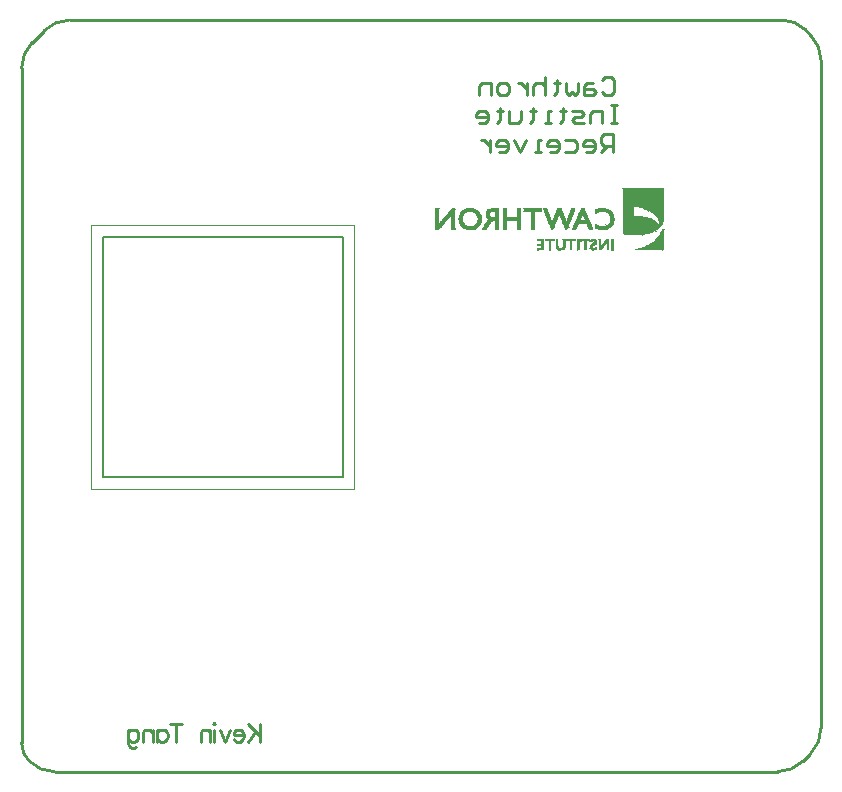
<source format=gbo>
G04 Layer_Color=32896*
%FSLAX25Y25*%
%MOIN*%
G70*
G01*
G75*
%ADD14C,0.01000*%
%ADD15C,0.00787*%
%ADD16C,0.00394*%
%ADD37C,0.00100*%
D14*
X368002Y345694D02*
X369001Y346693D01*
X371001D01*
X372000Y345694D01*
Y341695D01*
X371001Y340695D01*
X369001D01*
X368002Y341695D01*
X365003Y344694D02*
X363003D01*
X362004Y343694D01*
Y340695D01*
X365003D01*
X366002Y341695D01*
X365003Y342695D01*
X362004D01*
X360004Y344694D02*
Y341695D01*
X359004Y340695D01*
X358005Y341695D01*
X357005Y340695D01*
X356006Y341695D01*
Y344694D01*
X353007Y345694D02*
Y344694D01*
X354006D01*
X352007D01*
X353007D01*
Y341695D01*
X352007Y340695D01*
X349008Y346693D02*
Y340695D01*
Y343694D01*
X348008Y344694D01*
X346009D01*
X345009Y343694D01*
Y340695D01*
X343010Y344694D02*
Y340695D01*
Y342695D01*
X342010Y343694D01*
X341010Y344694D01*
X340011D01*
X336012Y340695D02*
X334013D01*
X333013Y341695D01*
Y343694D01*
X334013Y344694D01*
X336012D01*
X337012Y343694D01*
Y341695D01*
X336012Y340695D01*
X331014D02*
Y344694D01*
X328015D01*
X327015Y343694D01*
Y340695D01*
X373000Y337096D02*
X371001D01*
X372000D01*
Y331098D01*
X373000D01*
X371001D01*
X368002D02*
Y335096D01*
X365003D01*
X364003Y334097D01*
Y331098D01*
X362004D02*
X359004D01*
X358005Y332097D01*
X359004Y333097D01*
X361004D01*
X362004Y334097D01*
X361004Y335096D01*
X358005D01*
X355006Y336096D02*
Y335096D01*
X356006D01*
X354006D01*
X355006D01*
Y332097D01*
X354006Y331098D01*
X351007D02*
X349008D01*
X350007D01*
Y335096D01*
X351007D01*
X345009Y336096D02*
Y335096D01*
X346009D01*
X344009D01*
X345009D01*
Y332097D01*
X344009Y331098D01*
X341010Y335096D02*
Y332097D01*
X340011Y331098D01*
X337012D01*
Y335096D01*
X334013Y336096D02*
Y335096D01*
X335012D01*
X333013D01*
X334013D01*
Y332097D01*
X333013Y331098D01*
X327015D02*
X329014D01*
X330014Y332097D01*
Y334097D01*
X329014Y335096D01*
X327015D01*
X326015Y334097D01*
Y333097D01*
X330014D01*
X371500Y321500D02*
Y327498D01*
X368501D01*
X367502Y326498D01*
Y324499D01*
X368501Y323499D01*
X371500D01*
X369501D02*
X367502Y321500D01*
X362503D02*
X364503D01*
X365502Y322500D01*
Y324499D01*
X364503Y325499D01*
X362503D01*
X361504Y324499D01*
Y323499D01*
X365502D01*
X355506Y325499D02*
X358505D01*
X359504Y324499D01*
Y322500D01*
X358505Y321500D01*
X355506D01*
X350507D02*
X352507D01*
X353506Y322500D01*
Y324499D01*
X352507Y325499D01*
X350507D01*
X349508Y324499D01*
Y323499D01*
X353506D01*
X347508Y321500D02*
X345509D01*
X346509D01*
Y325499D01*
X347508D01*
X342510D02*
X340511Y321500D01*
X338511Y325499D01*
X333513Y321500D02*
X335512D01*
X336512Y322500D01*
Y324499D01*
X335512Y325499D01*
X333513D01*
X332513Y324499D01*
Y323499D01*
X336512D01*
X330514Y325499D02*
Y321500D01*
Y323499D01*
X329514Y324499D01*
X328514Y325499D01*
X327515D01*
X254000Y130999D02*
Y125000D01*
X250001Y130999D02*
X254000Y127000D01*
X252572Y128428D02*
X250001Y125000D01*
X248658Y127285D02*
X245231D01*
Y127857D01*
X245516Y128428D01*
X245802Y128714D01*
X246373Y128999D01*
X247230D01*
X247801Y128714D01*
X248373Y128142D01*
X248658Y127285D01*
Y126714D01*
X248373Y125857D01*
X247801Y125286D01*
X247230Y125000D01*
X246373D01*
X245802Y125286D01*
X245231Y125857D01*
X243945Y128999D02*
X242231Y125000D01*
X240517Y128999D02*
X242231Y125000D01*
X238975Y130999D02*
X238689Y130713D01*
X238403Y130999D01*
X238689Y131284D01*
X238975Y130999D01*
X238689Y128999D02*
Y125000D01*
X237346Y128999D02*
Y125000D01*
Y127857D02*
X236490Y128714D01*
X235918Y128999D01*
X235061D01*
X234490Y128714D01*
X234204Y127857D01*
Y125000D01*
X225920Y130999D02*
Y125000D01*
X227920Y130999D02*
X223921D01*
X219779Y128999D02*
Y125000D01*
Y128142D02*
X220350Y128714D01*
X220921Y128999D01*
X221778D01*
X222350Y128714D01*
X222921Y128142D01*
X223207Y127285D01*
Y126714D01*
X222921Y125857D01*
X222350Y125286D01*
X221778Y125000D01*
X220921D01*
X220350Y125286D01*
X219779Y125857D01*
X218179Y128999D02*
Y125000D01*
Y127857D02*
X217322Y128714D01*
X216751Y128999D01*
X215894D01*
X215323Y128714D01*
X215037Y127857D01*
Y125000D01*
X210038Y128999D02*
Y124429D01*
X210324Y123572D01*
X210609Y123286D01*
X211181Y123000D01*
X212037D01*
X212609Y123286D01*
X210038Y128142D02*
X210609Y128714D01*
X211181Y128999D01*
X212037D01*
X212609Y128714D01*
X213180Y128142D01*
X213466Y127285D01*
Y126714D01*
X213180Y125857D01*
X212609Y125286D01*
X212037Y125000D01*
X211181D01*
X210609Y125286D01*
X210038Y125857D01*
X190500Y365500D02*
G03*
X181965Y361965I0J-12071D01*
G01*
X178035Y358035D02*
G03*
X174500Y349500I8535J-8535D01*
G01*
Y124485D02*
G03*
X176964Y118535I8414J0D01*
G01*
D02*
G03*
X185500Y115000I8535J8535D01*
G01*
X426500D02*
G03*
X435036Y118535I0J12071D01*
G01*
X437465Y120965D02*
G03*
X441000Y129500I-8535J8535D01*
G01*
Y352000D02*
G03*
X437465Y360536I-12071J0D01*
G01*
X435500Y362500D02*
G03*
X428257Y365500I-7243J-7243D01*
G01*
X190500D02*
X346500D01*
X178035Y358035D02*
X181965Y361965D01*
X174500Y124485D02*
Y349500D01*
X185500Y115000D02*
X426500D01*
X435036Y118535D02*
X437465Y120965D01*
X441000Y129500D02*
Y352000D01*
X435500Y362500D02*
X437465Y360536D01*
X346500Y365500D02*
X428257D01*
D15*
X201500Y213222D02*
X281500D01*
Y293222D01*
X201500D02*
X281500D01*
X201500Y213222D02*
Y293222D01*
D16*
X197563Y209285D02*
X285437D01*
Y297160D01*
X197563D02*
X285437D01*
X197563Y209285D02*
Y297160D01*
D37*
X374800Y309700D02*
X374900D01*
X375000Y309600D02*
X388200D01*
X374900Y309500D02*
X388200D01*
X374900Y309400D02*
X388200D01*
X374900Y309300D02*
X388200D01*
X374900Y309200D02*
X388200D01*
X374900Y309100D02*
X388200D01*
X374900Y309000D02*
X388200D01*
X374900Y308900D02*
X388200D01*
X374900Y308800D02*
X388200D01*
X374900Y308700D02*
X388200D01*
X374900Y308600D02*
X388200D01*
X374900Y308500D02*
X388200D01*
X374900Y308400D02*
X388200D01*
X374900Y308300D02*
X388200D01*
X374900Y308200D02*
X388200D01*
X374900Y308100D02*
X388200D01*
X374900Y308000D02*
X388200D01*
X374900Y307900D02*
X388200D01*
X374900Y307800D02*
X388200D01*
X374900Y307700D02*
X388200D01*
X374900Y307600D02*
X388200D01*
X374900Y307500D02*
X388200D01*
X374900Y307400D02*
X388200D01*
X374900Y307300D02*
X388200D01*
X374900Y307200D02*
X388200D01*
X374900Y307100D02*
X388200D01*
X374900Y307000D02*
X388200D01*
X374900Y306900D02*
X388200D01*
X374900Y306800D02*
X388200D01*
X374900Y306700D02*
X388200D01*
X374900Y306600D02*
X388200D01*
X374900Y306500D02*
X388200D01*
X374900Y306400D02*
X388200D01*
X374900Y306300D02*
X388200D01*
X374900Y306200D02*
X388200D01*
X374900Y306100D02*
X388200D01*
X374900Y306000D02*
X388200D01*
X374900Y305900D02*
X388200D01*
X374900Y305800D02*
X388200D01*
X374900Y305700D02*
X388200D01*
X374900Y305600D02*
X388200D01*
X374900Y305500D02*
X388200D01*
X374900Y305400D02*
X388200D01*
X374900Y305300D02*
X388200D01*
X374900Y305200D02*
X388200D01*
X374900Y305100D02*
X388200D01*
X374900Y305000D02*
X388200D01*
X374900Y304900D02*
X388200D01*
X374900Y304800D02*
X388200D01*
X374900Y304700D02*
X388200D01*
X374900Y304600D02*
X388200D01*
X374900Y304500D02*
X388200D01*
X374900Y304400D02*
X388200D01*
X374900Y304300D02*
X388200D01*
X374900Y304200D02*
X388200D01*
X374900Y304100D02*
X388200D01*
X374900Y304000D02*
X388200D01*
X374900Y303900D02*
X388200D01*
X374900Y303800D02*
X388200D01*
X374900Y303700D02*
X388200D01*
X378500Y303600D02*
X388200D01*
X374900D02*
X378400D01*
X379400Y303500D02*
X388200D01*
X374900D02*
X378500D01*
X380000Y303400D02*
X388200D01*
X374900D02*
X378400D01*
X380400Y303300D02*
X388200D01*
X374900D02*
X378400D01*
X380800Y303200D02*
X388200D01*
X374900D02*
X378400D01*
X381200Y303100D02*
X388200D01*
X374900D02*
X378400D01*
X381500Y303000D02*
X388200D01*
X374900D02*
X378400D01*
X366700D02*
X366800D01*
X353800D02*
X353900D01*
X353100D02*
X353200D01*
X342100D02*
X342200D01*
X334900D02*
X335100D01*
X333000D02*
X333100D01*
X322600D02*
X322700D01*
X381800Y302900D02*
X388200D01*
X374900D02*
X378400D01*
X368900D02*
X369000D01*
X367700D02*
X368400D01*
X366900D02*
X367000D01*
X354100D02*
X354200D01*
X347700D02*
X347800D01*
X323500D02*
X324200D01*
X322700D02*
X322800D01*
X382100Y302800D02*
X388200D01*
X374900D02*
X378400D01*
X367100D02*
X369100D01*
X361900D02*
X362000D01*
X361000D02*
X361800D01*
X357800D02*
X358800D01*
X353100D02*
X354100D01*
X348300D02*
X349300D01*
X341800D02*
X347700D01*
X339700D02*
X340700D01*
X336000D02*
X336100D01*
X334900D02*
X335900D01*
X331000D02*
X333200D01*
X322900D02*
X324900D01*
X322500D02*
X322600D01*
X318000D02*
X318800D01*
X313500D02*
X313600D01*
X312400D02*
X313400D01*
X382300Y302700D02*
X388200D01*
X382000D02*
X382100D01*
X374900D02*
X378400D01*
X366600D02*
X369400D01*
X361000D02*
X361900D01*
X357800D02*
X358800D01*
X353000D02*
X354100D01*
X348300D02*
X349400D01*
X341900D02*
X347800D01*
X339700D02*
X340800D01*
X334900D02*
X336000D01*
X330600D02*
X333200D01*
X322500D02*
X325200D01*
X317900D02*
X318900D01*
X312400D02*
X313400D01*
X382600Y302600D02*
X388200D01*
X374900D02*
X378400D01*
X369800D02*
X369900D01*
X366400D02*
X369700D01*
X361000D02*
X361900D01*
X357700D02*
X358800D01*
X353000D02*
X354200D01*
X348400D02*
X349600D01*
X341900D02*
X347700D01*
X339700D02*
X340800D01*
X334900D02*
X336000D01*
X330300D02*
X333200D01*
X322300D02*
X325500D01*
X317800D02*
X318900D01*
X312400D02*
X313400D01*
X382800Y302500D02*
X388200D01*
X374900D02*
X378400D01*
X366100D02*
X369900D01*
X360900D02*
X362000D01*
X357700D02*
X358800D01*
X357500D02*
X357600D01*
X352900D02*
X354200D01*
X348400D02*
X349500D01*
X341900D02*
X347700D01*
X339700D02*
X340800D01*
X334900D02*
X336000D01*
X330100D02*
X333200D01*
X322100D02*
X325700D01*
X317700D02*
X318800D01*
X312400D02*
X313400D01*
X383100Y302400D02*
X388200D01*
X382600D02*
X382700D01*
X374900D02*
X378400D01*
X365800D02*
X370100D01*
X360900D02*
X362000D01*
X357600D02*
X358700D01*
X352900D02*
X354200D01*
X348500D02*
X349500D01*
X341900D02*
X347700D01*
X339700D02*
X340800D01*
X334900D02*
X336000D01*
X329900D02*
X333200D01*
X329700D02*
X329800D01*
X321900D02*
X325800D01*
X317600D02*
X318800D01*
X312400D02*
X313400D01*
X383300Y302300D02*
X388200D01*
X374900D02*
X378400D01*
X365700D02*
X370200D01*
X365500D02*
X365600D01*
X360800D02*
X362100D01*
X357600D02*
X358700D01*
X352900D02*
X354300D01*
X348500D02*
X349600D01*
X341900D02*
X347700D01*
X339700D02*
X340800D01*
X334900D02*
X336000D01*
X329800D02*
X333200D01*
X321700D02*
X326000D01*
X317500D02*
X318800D01*
X312400D02*
X313400D01*
X383500Y302200D02*
X388200D01*
X383300D02*
X383400D01*
X383100D02*
X383200D01*
X374900D02*
X378400D01*
X365700D02*
X370400D01*
X360800D02*
X362100D01*
X357600D02*
X358600D01*
X352700D02*
X354300D01*
X348500D02*
X349600D01*
X341900D02*
X347700D01*
X339700D02*
X340800D01*
X334900D02*
X336000D01*
X329700D02*
X333200D01*
X321600D02*
X326200D01*
X321400D02*
X321500D01*
X317500D02*
X318800D01*
X312400D02*
X313400D01*
X383700Y302100D02*
X388200D01*
X374900D02*
X378400D01*
X365700D02*
X370500D01*
X360700D02*
X362100D01*
X357400D02*
X358600D01*
X352800D02*
X354400D01*
X348600D02*
X349700D01*
X341900D02*
X347700D01*
X339700D02*
X340800D01*
X334900D02*
X336000D01*
X329600D02*
X333200D01*
X321400D02*
X326300D01*
X317400D02*
X318800D01*
X312400D02*
X313400D01*
X383900Y302000D02*
X388200D01*
X374900D02*
X378400D01*
X365700D02*
X370700D01*
X360700D02*
X362200D01*
X357500D02*
X358600D01*
X352700D02*
X354400D01*
X348600D02*
X349700D01*
X341900D02*
X347800D01*
X339700D02*
X340800D01*
X334900D02*
X336000D01*
X329500D02*
X333200D01*
X321300D02*
X326400D01*
X317300D02*
X318800D01*
X312400D02*
X313400D01*
X384100Y301900D02*
X388200D01*
X374900D02*
X378400D01*
X368200D02*
X370800D01*
X365700D02*
X367800D01*
X360600D02*
X362200D01*
X357400D02*
X358500D01*
X352700D02*
X354400D01*
X348700D02*
X349700D01*
X341900D02*
X347700D01*
X339700D02*
X340800D01*
X334900D02*
X336000D01*
X329500D02*
X333200D01*
X324000D02*
X326500D01*
X321200D02*
X323700D01*
X317200D02*
X318800D01*
X312400D02*
X313400D01*
X384200Y301800D02*
X388200D01*
X383300D02*
X383400D01*
X374900D02*
X378400D01*
X368900D02*
X370900D01*
X365700D02*
X367200D01*
X360600D02*
X362300D01*
X357400D02*
X358500D01*
X352700D02*
X354500D01*
X348700D02*
X349800D01*
X344300D02*
X345400D01*
X342100D02*
X342200D01*
X341800D02*
X341900D01*
X339700D02*
X340800D01*
X334900D02*
X336000D01*
X332200D02*
X333200D01*
X329400D02*
X330900D01*
X324700D02*
X326600D01*
X321100D02*
X323100D01*
X317100D02*
X318800D01*
X312400D02*
X313400D01*
X384400Y301700D02*
X388200D01*
X374900D02*
X378400D01*
X369200D02*
X371000D01*
X365700D02*
X366800D01*
X360600D02*
X362300D01*
X357300D02*
X358400D01*
X352600D02*
X354500D01*
X348700D02*
X349800D01*
X344300D02*
X345400D01*
X339700D02*
X340800D01*
X334900D02*
X336000D01*
X332200D02*
X333200D01*
X329300D02*
X330700D01*
X325000D02*
X326700D01*
X321000D02*
X322800D01*
X317000D02*
X318800D01*
X312400D02*
X313400D01*
X384600Y301600D02*
X388200D01*
X374900D02*
X378400D01*
X369400D02*
X371000D01*
X365700D02*
X366500D01*
X360500D02*
X362400D01*
X357300D02*
X358400D01*
X352600D02*
X354600D01*
X348800D02*
X349800D01*
X344300D02*
X345400D01*
X339700D02*
X340800D01*
X334900D02*
X336000D01*
X332200D02*
X333200D01*
X329300D02*
X330600D01*
X326900D02*
X327000D01*
X325200D02*
X326800D01*
X320900D02*
X322700D01*
X316900D02*
X318800D01*
X316700D02*
X316800D01*
X312400D02*
X313400D01*
X384700Y301500D02*
X388200D01*
X374900D02*
X378400D01*
X369600D02*
X371100D01*
X365700D02*
X366300D01*
X360500D02*
X362400D01*
X357300D02*
X358400D01*
X352500D02*
X354600D01*
X348800D02*
X349900D01*
X344300D02*
X345400D01*
X339700D02*
X340800D01*
X334900D02*
X336000D01*
X332200D02*
X333200D01*
X329300D02*
X330700D01*
X325400D02*
X326900D01*
X320900D02*
X322400D01*
X320600D02*
X320700D01*
X316800D02*
X318800D01*
X312400D02*
X313400D01*
X384900Y301400D02*
X388200D01*
X374900D02*
X378400D01*
X369700D02*
X371200D01*
X366200D02*
X366300D01*
X365700D02*
X366100D01*
X360300D02*
X362400D01*
X357200D02*
X358300D01*
X352500D02*
X354600D01*
X348800D02*
X349900D01*
X344300D02*
X345400D01*
X339700D02*
X340800D01*
X334900D02*
X336000D01*
X332200D02*
X333200D01*
X329200D02*
X330400D01*
X325500D02*
X327000D01*
X320800D02*
X322300D01*
X320600D02*
X320700D01*
X316800D02*
X318800D01*
X312400D02*
X313400D01*
X385000Y301300D02*
X388200D01*
X374900D02*
X378400D01*
X369900D02*
X371300D01*
X365700D02*
X365900D01*
X360400D02*
X362500D01*
X357200D02*
X358300D01*
X352500D02*
X354700D01*
X348900D02*
X350100D01*
X344300D02*
X345400D01*
X339700D02*
X340800D01*
X334900D02*
X336000D01*
X332200D02*
X333200D01*
X329200D02*
X330300D01*
X325600D02*
X327000D01*
X320600D02*
X322100D01*
X316700D02*
X318800D01*
X312400D02*
X313400D01*
X385100Y301200D02*
X388200D01*
X374900D02*
X378400D01*
X370000D02*
X371300D01*
X360300D02*
X362500D01*
X357200D02*
X358200D01*
X354800D02*
X354900D01*
X353600D02*
X354700D01*
X352400D02*
X353500D01*
X348900D02*
X350000D01*
X344300D02*
X345400D01*
X339700D02*
X340800D01*
X334900D02*
X336000D01*
X332200D02*
X333200D01*
X329200D02*
X330300D01*
X325700D02*
X327100D01*
X320700D02*
X322000D01*
X316600D02*
X318800D01*
X312400D02*
X313400D01*
X385300Y301100D02*
X388200D01*
X385000D02*
X385200D01*
X374900D02*
X378400D01*
X370100D02*
X371400D01*
X361500D02*
X362700D01*
X360300D02*
X361400D01*
X360100D02*
X360200D01*
X357100D02*
X358200D01*
X353700D02*
X354900D01*
X352400D02*
X353500D01*
X349000D02*
X350000D01*
X344300D02*
X345400D01*
X339700D02*
X340800D01*
X334900D02*
X336000D01*
X332200D02*
X333200D01*
X329200D02*
X330300D01*
X325900D02*
X327100D01*
X320600D02*
X321900D01*
X316500D02*
X318800D01*
X312400D02*
X313400D01*
X385400Y301000D02*
X388200D01*
X374900D02*
X378400D01*
X370200D02*
X371400D01*
X361500D02*
X362600D01*
X360200D02*
X361400D01*
X357100D02*
X358200D01*
X353600D02*
X354800D01*
X352300D02*
X353400D01*
X349000D02*
X350100D01*
X344300D02*
X345400D01*
X339700D02*
X340800D01*
X334900D02*
X336000D01*
X332200D02*
X333200D01*
X329200D02*
X330300D01*
X325900D02*
X327200D01*
X320500D02*
X321800D01*
X316400D02*
X318800D01*
X312400D02*
X313400D01*
X385500Y300900D02*
X388200D01*
X374900D02*
X378400D01*
X370300D02*
X371500D01*
X361600D02*
X362700D01*
X360200D02*
X361300D01*
X356900D02*
X358100D01*
X353800D02*
X354800D01*
X352300D02*
X353400D01*
X349100D02*
X350100D01*
X344300D02*
X345400D01*
X339700D02*
X340800D01*
X334900D02*
X336000D01*
X332200D02*
X333200D01*
X329200D02*
X330300D01*
X326000D02*
X327400D01*
X320500D02*
X321800D01*
X317800D02*
X318800D01*
X316300D02*
X317700D01*
X312400D02*
X313400D01*
X385600Y300800D02*
X388200D01*
X374900D02*
X378400D01*
X370300D02*
X371500D01*
X361600D02*
X362700D01*
X360000D02*
X361300D01*
X357000D02*
X358100D01*
X355000D02*
X355100D01*
X353800D02*
X354900D01*
X352300D02*
X353400D01*
X349100D02*
X350200D01*
X344300D02*
X345400D01*
X339700D02*
X340800D01*
X334900D02*
X336000D01*
X332200D02*
X333200D01*
X329200D02*
X330300D01*
X326100D02*
X327300D01*
X320500D02*
X321700D01*
X317800D02*
X318800D01*
X316200D02*
X317600D01*
X312400D02*
X313400D01*
X385700Y300700D02*
X388200D01*
X374900D02*
X378400D01*
X370400D02*
X371600D01*
X361700D02*
X362900D01*
X360000D02*
X361200D01*
X357000D02*
X358000D01*
X353800D02*
X354900D01*
X352200D02*
X353300D01*
X349100D02*
X350200D01*
X344300D02*
X345400D01*
X339700D02*
X340800D01*
X334900D02*
X336000D01*
X332200D02*
X333200D01*
X329200D02*
X330300D01*
X326100D02*
X327400D01*
X320400D02*
X321600D01*
X317800D02*
X318800D01*
X316100D02*
X317500D01*
X315900D02*
X316000D01*
X312400D02*
X313400D01*
X385800Y300600D02*
X388200D01*
X374900D02*
X378400D01*
X370400D02*
X371600D01*
X361700D02*
X362800D01*
X360100D02*
X361200D01*
X356900D02*
X358000D01*
X353900D02*
X355000D01*
X352200D02*
X353300D01*
X349200D02*
X350200D01*
X344300D02*
X345400D01*
X339700D02*
X340800D01*
X334900D02*
X336000D01*
X332200D02*
X333200D01*
X329200D02*
X330300D01*
X326200D02*
X327400D01*
X320400D02*
X321700D01*
X317800D02*
X318800D01*
X317600D02*
X317700D01*
X316100D02*
X317400D01*
X312400D02*
X313400D01*
X385900Y300500D02*
X388200D01*
X374900D02*
X378400D01*
X370500D02*
X371700D01*
X361600D02*
X362800D01*
X360000D02*
X361200D01*
X356900D02*
X358000D01*
X353900D02*
X355000D01*
X352100D02*
X353200D01*
X349200D02*
X350300D01*
X344300D02*
X345400D01*
X339700D02*
X340800D01*
X334900D02*
X336000D01*
X332200D02*
X333200D01*
X329200D02*
X330300D01*
X326200D02*
X327400D01*
X320200D02*
X321500D01*
X317800D02*
X318800D01*
X317400D02*
X317500D01*
X316000D02*
X317300D01*
X312400D02*
X313400D01*
X386000Y300400D02*
X388200D01*
X374900D02*
X378400D01*
X370500D02*
X371700D01*
X361800D02*
X362900D01*
X360000D02*
X361100D01*
X356700D02*
X358000D01*
X354000D02*
X355000D01*
X352100D02*
X353200D01*
X349300D02*
X350300D01*
X344300D02*
X345400D01*
X339700D02*
X340800D01*
X334900D02*
X336000D01*
X332200D02*
X333200D01*
X329200D02*
X330400D01*
X326300D02*
X327500D01*
X320300D02*
X321500D01*
X317800D02*
X318800D01*
X315900D02*
X317200D01*
X312400D02*
X313400D01*
X386100Y300300D02*
X388200D01*
X380700D02*
X380800D01*
X374900D02*
X378400D01*
X370600D02*
X371700D01*
X361800D02*
X362900D01*
X359900D02*
X361100D01*
X356800D02*
X357900D01*
X354000D02*
X355100D01*
X352100D02*
X353200D01*
X349300D02*
X350400D01*
X344300D02*
X345400D01*
X339700D02*
X340800D01*
X334900D02*
X336000D01*
X332200D02*
X333200D01*
X329200D02*
X330400D01*
X326300D02*
X327500D01*
X320300D02*
X321400D01*
X317800D02*
X318800D01*
X315800D02*
X317200D01*
X312400D02*
X313400D01*
X386200Y300200D02*
X388200D01*
X386000D02*
X386100D01*
X378600D02*
X380000D01*
X374900D02*
X378400D01*
X370600D02*
X371800D01*
X361900D02*
X363000D01*
X359900D02*
X361000D01*
X356800D02*
X357800D01*
X354000D02*
X355100D01*
X352000D02*
X353100D01*
X349300D02*
X350400D01*
X344300D02*
X345400D01*
X339700D02*
X340800D01*
X334900D02*
X336000D01*
X332200D02*
X333200D01*
X329300D02*
X330500D01*
X326400D02*
X327500D01*
X320200D02*
X321400D01*
X317800D02*
X318800D01*
X317200D02*
X317300D01*
X315700D02*
X317100D01*
X312400D02*
X313400D01*
X386200Y300100D02*
X388200D01*
X374900D02*
X381300D01*
X370700D02*
X371800D01*
X361900D02*
X363000D01*
X361700D02*
X361800D01*
X359800D02*
X361000D01*
X359600D02*
X359700D01*
X356700D02*
X357800D01*
X354100D02*
X355200D01*
X352000D02*
X353200D01*
X349400D02*
X350400D01*
X344300D02*
X345400D01*
X339700D02*
X340800D01*
X334900D02*
X336000D01*
X332200D02*
X333200D01*
X329300D02*
X330600D01*
X326400D02*
X327500D01*
X320200D02*
X321400D01*
X317800D02*
X318800D01*
X315600D02*
X317000D01*
X312400D02*
X313400D01*
X386300Y300000D02*
X388200D01*
X374900D02*
X381800D01*
X370700D02*
X371800D01*
X361900D02*
X363000D01*
X359800D02*
X360900D01*
X356700D02*
X357700D01*
X354100D02*
X355200D01*
X351900D02*
X353000D01*
X349400D02*
X350500D01*
X349200D02*
X349300D01*
X344300D02*
X345400D01*
X339700D02*
X340800D01*
X334900D02*
X336000D01*
X332200D02*
X333200D01*
X329400D02*
X330800D01*
X326400D02*
X327600D01*
X320200D02*
X321300D01*
X317800D02*
X318800D01*
X315500D02*
X316900D01*
X312400D02*
X313400D01*
X386400Y299900D02*
X388200D01*
X382700D02*
X382900D01*
X374900D02*
X382300D01*
X370700D02*
X371800D01*
X362000D02*
X363100D01*
X359800D02*
X361000D01*
X356600D02*
X357700D01*
X354200D02*
X355200D01*
X351900D02*
X353000D01*
X349500D02*
X350500D01*
X344300D02*
X345400D01*
X339700D02*
X340800D01*
X339500D02*
X339600D01*
X334900D02*
X336100D01*
X332200D02*
X333200D01*
X329400D02*
X331000D01*
X326400D02*
X327600D01*
X320200D02*
X321300D01*
X317800D02*
X318800D01*
X315400D02*
X316800D01*
X312400D02*
X313400D01*
X386400Y299800D02*
X388200D01*
X374900D02*
X382800D01*
X370700D02*
X371800D01*
X361900D02*
X363100D01*
X359700D02*
X361000D01*
X356600D02*
X357700D01*
X354200D02*
X355300D01*
X351900D02*
X353000D01*
X349500D02*
X350600D01*
X344300D02*
X345400D01*
X334900D02*
X340800D01*
X329500D02*
X333200D01*
X326500D02*
X327600D01*
X320200D02*
X321300D01*
X317800D02*
X318800D01*
X315400D02*
X316700D01*
X312400D02*
X313400D01*
X386500Y299700D02*
X388200D01*
X374900D02*
X383100D01*
X370700D02*
X371900D01*
X362100D02*
X363200D01*
X359700D02*
X360800D01*
X356600D02*
X357600D01*
X354300D02*
X355300D01*
X351800D02*
X352900D01*
X349500D02*
X350600D01*
X344300D02*
X345400D01*
X334900D02*
X340800D01*
X329600D02*
X333200D01*
X326500D02*
X327600D01*
X320200D02*
X321300D01*
X317800D02*
X318800D01*
X315300D02*
X316600D01*
X312400D02*
X313400D01*
X386600Y299600D02*
X388200D01*
X374900D02*
X383500D01*
X370800D02*
X371900D01*
X362100D02*
X363200D01*
X359600D02*
X360800D01*
X356500D02*
X357600D01*
X354300D02*
X355400D01*
X351800D02*
X353000D01*
X349600D02*
X350600D01*
X344300D02*
X345400D01*
X334900D02*
X340800D01*
X329600D02*
X333200D01*
X326500D02*
X327600D01*
X320200D02*
X321300D01*
X317800D02*
X318800D01*
X316600D02*
X316700D01*
X315200D02*
X316500D01*
X312400D02*
X313400D01*
X386600Y299500D02*
X388200D01*
X374900D02*
X383700D01*
X370800D02*
X371900D01*
X362200D02*
X363300D01*
X359600D02*
X360700D01*
X356500D02*
X357600D01*
X354300D02*
X355400D01*
X351700D02*
X352900D01*
X349600D02*
X350700D01*
X344300D02*
X345400D01*
X334900D02*
X340800D01*
X329700D02*
X333200D01*
X326500D02*
X327600D01*
X320100D02*
X321300D01*
X317800D02*
X318800D01*
X315100D02*
X316500D01*
X312400D02*
X313400D01*
X386700Y299400D02*
X388200D01*
X384100D02*
X384200D01*
X374900D02*
X384000D01*
X370800D02*
X371900D01*
X362200D02*
X363300D01*
X359500D02*
X360700D01*
X356400D02*
X357500D01*
X354400D02*
X355500D01*
X351700D02*
X352800D01*
X349700D02*
X350700D01*
X344300D02*
X345400D01*
X334900D02*
X340800D01*
X329900D02*
X333200D01*
X326500D02*
X327600D01*
X320100D02*
X321300D01*
X317800D02*
X318800D01*
X315000D02*
X316400D01*
X312400D02*
X313400D01*
X386700Y299300D02*
X388200D01*
X384400D02*
X384500D01*
X374900D02*
X384200D01*
X370800D02*
X371900D01*
X362300D02*
X363400D01*
X359500D02*
X360600D01*
X356400D02*
X357500D01*
X354400D02*
X355500D01*
X351700D02*
X352800D01*
X349700D02*
X350800D01*
X344300D02*
X345400D01*
X334900D02*
X340800D01*
X330000D02*
X333200D01*
X326500D02*
X327600D01*
X320100D02*
X321300D01*
X317800D02*
X318800D01*
X314900D02*
X316300D01*
X312400D02*
X313400D01*
X386700Y299200D02*
X388200D01*
X386500D02*
X386600D01*
X374900D02*
X384500D01*
X370800D02*
X371900D01*
X362300D02*
X363400D01*
X359500D02*
X360600D01*
X356400D02*
X357400D01*
X354500D02*
X355500D01*
X354300D02*
X354400D01*
X352800D02*
X352900D01*
X351600D02*
X352700D01*
X349700D02*
X350800D01*
X344300D02*
X345400D01*
X334900D02*
X340800D01*
X330200D02*
X333200D01*
X326500D02*
X327600D01*
X320100D02*
X321300D01*
X317800D02*
X318800D01*
X314800D02*
X316200D01*
X312400D02*
X313400D01*
X386800Y299100D02*
X388200D01*
X374900D02*
X384700D01*
X370800D02*
X371900D01*
X362200D02*
X363400D01*
X359400D02*
X360500D01*
X357500D02*
X357600D01*
X356300D02*
X357400D01*
X354500D02*
X355600D01*
X351600D02*
X352800D01*
X349800D02*
X350800D01*
X344300D02*
X345400D01*
X334900D02*
X340800D01*
X330200D02*
X333200D01*
X329900D02*
X330000D01*
X326500D02*
X327600D01*
X320200D02*
X321400D01*
X317800D02*
X318800D01*
X314700D02*
X316100D01*
X312400D02*
X313400D01*
X386800Y299000D02*
X388200D01*
X374900D02*
X384800D01*
X370700D02*
X371900D01*
X362400D02*
X363600D01*
X359300D02*
X360500D01*
X356300D02*
X357300D01*
X355700D02*
X355800D01*
X354500D02*
X355600D01*
X352700D02*
X352800D01*
X351500D02*
X352600D01*
X349800D02*
X350900D01*
X344300D02*
X345400D01*
X334900D02*
X340800D01*
X330000D02*
X333200D01*
X326500D02*
X327600D01*
X320200D02*
X321300D01*
X317800D02*
X318800D01*
X314700D02*
X316000D01*
X312400D02*
X313400D01*
X386800Y298900D02*
X388200D01*
X374900D02*
X385000D01*
X370700D02*
X371900D01*
X362400D02*
X363500D01*
X359300D02*
X360400D01*
X356200D02*
X357300D01*
X354600D02*
X355800D01*
X351500D02*
X352600D01*
X349900D02*
X350900D01*
X344300D02*
X345400D01*
X334900D02*
X340800D01*
X329900D02*
X333200D01*
X326500D02*
X327600D01*
X320200D02*
X321300D01*
X317800D02*
X318800D01*
X316000D02*
X316100D01*
X314600D02*
X315900D01*
X312400D02*
X313400D01*
X386900Y298800D02*
X388200D01*
X374900D02*
X385200D01*
X370700D02*
X371800D01*
X359300D02*
X363600D01*
X356200D02*
X357300D01*
X354600D02*
X355700D01*
X351400D02*
X352600D01*
X349900D02*
X351000D01*
X344300D02*
X345400D01*
X339700D02*
X340800D01*
X334900D02*
X336000D01*
X332200D02*
X333200D01*
X329800D02*
X331400D01*
X326400D02*
X327600D01*
X320200D02*
X321300D01*
X317800D02*
X318800D01*
X314500D02*
X315800D01*
X312400D02*
X313400D01*
X386900Y298700D02*
X388200D01*
X374900D02*
X385400D01*
X370700D02*
X371800D01*
X359200D02*
X363600D01*
X356000D02*
X357200D01*
X355800D02*
X355900D01*
X354700D02*
X355700D01*
X351400D02*
X352500D01*
X350000D02*
X351100D01*
X344300D02*
X345400D01*
X339700D02*
X340800D01*
X334900D02*
X336000D01*
X332200D02*
X333200D01*
X329600D02*
X331200D01*
X326400D02*
X327600D01*
X320200D02*
X321300D01*
X317800D02*
X318800D01*
X314400D02*
X315800D01*
X312400D02*
X313400D01*
X386900Y298600D02*
X388200D01*
X385700D02*
X385800D01*
X374900D02*
X385500D01*
X370700D02*
X371800D01*
X359200D02*
X363600D01*
X356100D02*
X357200D01*
X354700D02*
X355900D01*
X351400D02*
X352500D01*
X350000D02*
X351000D01*
X344300D02*
X345400D01*
X339700D02*
X340800D01*
X334900D02*
X336000D01*
X332200D02*
X333200D01*
X329700D02*
X331100D01*
X326400D02*
X327500D01*
X320200D02*
X321400D01*
X317800D02*
X318800D01*
X314300D02*
X315700D01*
X312400D02*
X313400D01*
X387000Y298500D02*
X388200D01*
X374900D02*
X385600D01*
X370600D02*
X371800D01*
X359100D02*
X363700D01*
X356100D02*
X357100D01*
X354700D02*
X355800D01*
X351300D02*
X352400D01*
X350000D02*
X351100D01*
X344300D02*
X345400D01*
X339700D02*
X340800D01*
X334900D02*
X336000D01*
X332200D02*
X333200D01*
X329600D02*
X330900D01*
X326400D02*
X327500D01*
X320300D02*
X321400D01*
X317800D02*
X318800D01*
X314200D02*
X315600D01*
X312400D02*
X313400D01*
X387000Y298400D02*
X388100D01*
X374900D02*
X385800D01*
X370600D02*
X371800D01*
X359100D02*
X363700D01*
X356000D02*
X357100D01*
X354800D02*
X355800D01*
X351300D02*
X352400D01*
X350100D02*
X351100D01*
X344300D02*
X345400D01*
X339700D02*
X340800D01*
X334900D02*
X336000D01*
X332200D02*
X333200D01*
X329500D02*
X330800D01*
X326300D02*
X327500D01*
X320300D02*
X321400D01*
X317800D02*
X318800D01*
X314100D02*
X315500D01*
X312400D02*
X313400D01*
X387000Y298300D02*
X388100D01*
X374900D02*
X385900D01*
X370600D02*
X371700D01*
X359000D02*
X363800D01*
X356000D02*
X357100D01*
X354700D02*
X355900D01*
X351300D02*
X352400D01*
X350000D02*
X351200D01*
X344300D02*
X345400D01*
X339700D02*
X340800D01*
X334900D02*
X336000D01*
X332200D02*
X333200D01*
X329400D02*
X330700D01*
X326300D02*
X327500D01*
X320300D02*
X321500D01*
X317800D02*
X318800D01*
X314000D02*
X315400D01*
X312400D02*
X313400D01*
X387000Y298200D02*
X388000D01*
X374900D02*
X386000D01*
X370500D02*
X371700D01*
X359000D02*
X363800D01*
X354800D02*
X357000D01*
X350200D02*
X352300D01*
X344300D02*
X345400D01*
X339700D02*
X340800D01*
X334900D02*
X336000D01*
X332200D02*
X333200D01*
X329400D02*
X330600D01*
X326200D02*
X327400D01*
X320300D02*
X321500D01*
X317800D02*
X318800D01*
X314000D02*
X315300D01*
X312400D02*
X313400D01*
X387000Y298100D02*
X388000D01*
X374900D02*
X386100D01*
X370500D02*
X371600D01*
X359000D02*
X364000D01*
X354900D02*
X357000D01*
X350200D02*
X352300D01*
X350000D02*
X350100D01*
X344300D02*
X345400D01*
X339700D02*
X340800D01*
X334900D02*
X336000D01*
X332200D02*
X333200D01*
X329300D02*
X330600D01*
X326200D02*
X327400D01*
X320400D02*
X321600D01*
X317800D02*
X318800D01*
X313900D02*
X315200D01*
X312400D02*
X313400D01*
X387000Y298000D02*
X387900D01*
X374900D02*
X386200D01*
X370400D02*
X371600D01*
X358900D02*
X363900D01*
X354900D02*
X357000D01*
X350200D02*
X352300D01*
X344300D02*
X345400D01*
X339700D02*
X340800D01*
X334900D02*
X336000D01*
X332200D02*
X333200D01*
X330600D02*
X330700D01*
X329200D02*
X330500D01*
X326100D02*
X327400D01*
X320400D02*
X321600D01*
X317800D02*
X318800D01*
X313800D02*
X315200D01*
X312400D02*
X313400D01*
X387000Y297900D02*
X387900D01*
X374900D02*
X386300D01*
X370300D02*
X371600D01*
X358900D02*
X364000D01*
X355000D02*
X356900D01*
X354800D02*
X354900D01*
X350300D02*
X352300D01*
X350100D02*
X350200D01*
X344300D02*
X345400D01*
X339700D02*
X340800D01*
X334900D02*
X336000D01*
X332200D02*
X333200D01*
X330700D02*
X330800D01*
X329200D02*
X330400D01*
X326100D02*
X327300D01*
X320500D02*
X321700D01*
X317800D02*
X318800D01*
X313700D02*
X315100D01*
X312400D02*
X313400D01*
X387900Y297800D02*
X388000D01*
X387000D02*
X387800D01*
X374900D02*
X386400D01*
X370300D02*
X371500D01*
X362900D02*
X364100D01*
X358800D02*
X359900D01*
X354900D02*
X356900D01*
X350300D02*
X352100D01*
X344300D02*
X345400D01*
X339700D02*
X340800D01*
X334900D02*
X336000D01*
X332200D02*
X333200D01*
X329100D02*
X330300D01*
X326000D02*
X327300D01*
X322000D02*
X322100D01*
X320500D02*
X321800D01*
X317800D02*
X318800D01*
X313600D02*
X315000D01*
X312400D02*
X313400D01*
X387000Y297700D02*
X387800D01*
X374900D02*
X386500D01*
X370200D02*
X371500D01*
X370000D02*
X370100D01*
X365600D02*
X365700D01*
X364100D02*
X364200D01*
X362900D02*
X364000D01*
X358800D02*
X359900D01*
X355100D02*
X356800D01*
X354900D02*
X355000D01*
X350400D02*
X352100D01*
X344300D02*
X345400D01*
X339700D02*
X340800D01*
X334900D02*
X336000D01*
X332200D02*
X333200D01*
X329000D02*
X330300D01*
X325900D02*
X327200D01*
X320600D02*
X321800D01*
X317800D02*
X318800D01*
X313500D02*
X314900D01*
X312400D02*
X313400D01*
X387800Y297600D02*
X387900D01*
X387000D02*
X387700D01*
X374900D02*
X386600D01*
X370100D02*
X371400D01*
X363000D02*
X364200D01*
X358700D02*
X359800D01*
X355100D02*
X356800D01*
X350400D02*
X352100D01*
X344300D02*
X345400D01*
X339700D02*
X340800D01*
X334900D02*
X336000D01*
X332200D02*
X333200D01*
X329000D02*
X330200D01*
X325800D02*
X327100D01*
X320600D02*
X321900D01*
X317800D02*
X318800D01*
X312400D02*
X314800D01*
X387000Y297500D02*
X387700D01*
X374900D02*
X386700D01*
X370000D02*
X371400D01*
X365600D02*
X365800D01*
X363000D02*
X364100D01*
X358700D02*
X359800D01*
X355100D02*
X356800D01*
X350400D02*
X352000D01*
X344300D02*
X345400D01*
X339700D02*
X340800D01*
X334900D02*
X336000D01*
X332200D02*
X333200D01*
X328900D02*
X330100D01*
X325700D02*
X327100D01*
X320700D02*
X322000D01*
X317800D02*
X318800D01*
X312400D02*
X314700D01*
X387000Y297400D02*
X387600D01*
X374900D02*
X386800D01*
X369900D02*
X371300D01*
X369000D02*
X369100D01*
X365600D02*
X365900D01*
X363100D02*
X364200D01*
X358600D02*
X359900D01*
X355200D02*
X356700D01*
X350500D02*
X352000D01*
X344300D02*
X345400D01*
X339700D02*
X340800D01*
X334900D02*
X336000D01*
X332200D02*
X333200D01*
X328800D02*
X330100D01*
X325600D02*
X327000D01*
X320600D02*
X322100D01*
X317800D02*
X318800D01*
X312400D02*
X314600D01*
X387000Y297300D02*
X387500D01*
X374900D02*
X386900D01*
X369700D02*
X371200D01*
X365600D02*
X366100D01*
X363100D02*
X364200D01*
X358600D02*
X359700D01*
X358400D02*
X358500D01*
X355200D02*
X356700D01*
X350500D02*
X352000D01*
X344300D02*
X345400D01*
X339700D02*
X340800D01*
X334900D02*
X336000D01*
X332200D02*
X333200D01*
X328800D02*
X330000D01*
X325500D02*
X327000D01*
X320800D02*
X322300D01*
X320600D02*
X320700D01*
X317800D02*
X318800D01*
X312400D02*
X314500D01*
X387000Y297200D02*
X387500D01*
X374900D02*
X386900D01*
X371300D02*
X371400D01*
X369600D02*
X371200D01*
X369400D02*
X369500D01*
X366400D02*
X366600D01*
X365600D02*
X366300D01*
X363000D02*
X364200D01*
X358600D02*
X359700D01*
X358400D02*
X358500D01*
X355300D02*
X356600D01*
X350600D02*
X351900D01*
X344300D02*
X345400D01*
X339700D02*
X340800D01*
X334900D02*
X336000D01*
X332200D02*
X333200D01*
X328700D02*
X329900D01*
X325400D02*
X326900D01*
X320900D02*
X322400D01*
X317800D02*
X318800D01*
X312400D02*
X314500D01*
X374900Y297100D02*
X387400D01*
X369400D02*
X371100D01*
X365600D02*
X366500D01*
X363200D02*
X364300D01*
X358400D02*
X359600D01*
X355300D02*
X356600D01*
X350600D02*
X352000D01*
X344300D02*
X345400D01*
X339700D02*
X340800D01*
X334900D02*
X336000D01*
X332200D02*
X333200D01*
X328700D02*
X329900D01*
X325200D02*
X326800D01*
X320900D02*
X322600D01*
X317800D02*
X318800D01*
X312400D02*
X314400D01*
X374900Y297000D02*
X387300D01*
X369200D02*
X371000D01*
X365600D02*
X366800D01*
X363100D02*
X364300D01*
X358500D02*
X359600D01*
X355300D02*
X356500D01*
X351900D02*
X352000D01*
X350600D02*
X351800D01*
X344300D02*
X345400D01*
X339700D02*
X340800D01*
X334900D02*
X336000D01*
X332200D02*
X333200D01*
X328600D02*
X329800D01*
X324900D02*
X326700D01*
X323000D02*
X323100D01*
X321000D02*
X322800D01*
X317800D02*
X318800D01*
X312400D02*
X314300D01*
X374900Y296900D02*
X387200D01*
X368900D02*
X370900D01*
X368600D02*
X368700D01*
X365600D02*
X367200D01*
X363300D02*
X364400D01*
X363100D02*
X363200D01*
X358300D02*
X359500D01*
X355400D02*
X356500D01*
X350700D02*
X351800D01*
X344300D02*
X345400D01*
X339700D02*
X340800D01*
X334900D02*
X336000D01*
X332200D02*
X333200D01*
X329800D02*
X329900D01*
X328500D02*
X329700D01*
X324700D02*
X326600D01*
X321100D02*
X323100D01*
X317800D02*
X318800D01*
X312400D02*
X314200D01*
X374900Y296800D02*
X387100D01*
X368200D02*
X370800D01*
X365600D02*
X368000D01*
X363300D02*
X364400D01*
X363100D02*
X363200D01*
X358400D02*
X359500D01*
X355400D02*
X356500D01*
X350700D02*
X351900D01*
X344300D02*
X345400D01*
X339700D02*
X340800D01*
X334900D02*
X336000D01*
X332200D02*
X333200D01*
X328500D02*
X329700D01*
X324000D02*
X326500D01*
X321200D02*
X323800D01*
X317800D02*
X318800D01*
X312400D02*
X314100D01*
X374900Y296700D02*
X387000D01*
X365600D02*
X370700D01*
X363400D02*
X364500D01*
X358300D02*
X359400D01*
X355500D02*
X356400D01*
X351800D02*
X351900D01*
X350800D02*
X351700D01*
X344300D02*
X345400D01*
X339700D02*
X340800D01*
X334900D02*
X336000D01*
X332200D02*
X333200D01*
X328400D02*
X329600D01*
X321300D02*
X326400D01*
X317800D02*
X318800D01*
X312400D02*
X314000D01*
X374900Y296600D02*
X386900D01*
X370700D02*
X370800D01*
X365600D02*
X370600D01*
X363400D02*
X364500D01*
X358300D02*
X359400D01*
X356800D02*
X356900D01*
X355400D02*
X356400D01*
X350800D02*
X351700D01*
X344300D02*
X345400D01*
X339700D02*
X340800D01*
X334900D02*
X336000D01*
X332200D02*
X333200D01*
X328300D02*
X329600D01*
X321400D02*
X326300D01*
X317800D02*
X318800D01*
X314200D02*
X314300D01*
X312400D02*
X313900D01*
X374900Y296500D02*
X386900D01*
X365600D02*
X370400D01*
X363400D02*
X364500D01*
X358200D02*
X359300D01*
X355600D02*
X356300D01*
X350800D02*
X351600D01*
X344300D02*
X345400D01*
X339700D02*
X340800D01*
X334900D02*
X336000D01*
X332200D02*
X333200D01*
X328300D02*
X329500D01*
X321600D02*
X326200D01*
X317800D02*
X318800D01*
X312400D02*
X313800D01*
X374900Y296400D02*
X386700D01*
X365600D02*
X370300D01*
X363500D02*
X364600D01*
X358200D02*
X359300D01*
X355600D02*
X356300D01*
X350900D02*
X351600D01*
X344300D02*
X345400D01*
X339700D02*
X340800D01*
X334900D02*
X336000D01*
X332200D02*
X333200D01*
X328200D02*
X329400D01*
X321700D02*
X326000D01*
X317800D02*
X318800D01*
X312400D02*
X313800D01*
X374900Y296300D02*
X386600D01*
X365800D02*
X370100D01*
X365600D02*
X365700D01*
X363400D02*
X364600D01*
X358200D02*
X359400D01*
X355600D02*
X356300D01*
X350900D02*
X351600D01*
X344300D02*
X345400D01*
X339700D02*
X340800D01*
X334900D02*
X336000D01*
X332200D02*
X333200D01*
X328100D02*
X329400D01*
X321900D02*
X325900D01*
X321600D02*
X321700D01*
X317800D02*
X318800D01*
X312400D02*
X313700D01*
X374900Y296200D02*
X386600D01*
X366100D02*
X369900D01*
X363600D02*
X364700D01*
X358100D02*
X359200D01*
X357900D02*
X358000D01*
X355700D02*
X356200D01*
X351000D02*
X351500D01*
X344300D02*
X345400D01*
X339700D02*
X340800D01*
X334900D02*
X336000D01*
X332200D02*
X333200D01*
X328000D02*
X329300D01*
X322100D02*
X325700D01*
X317800D02*
X318800D01*
X312400D02*
X313600D01*
X374900Y296100D02*
X386400D01*
X366300D02*
X369700D01*
X363600D02*
X364700D01*
X357900D02*
X359200D01*
X355700D02*
X356200D01*
X351000D02*
X351500D01*
X344300D02*
X345400D01*
X339700D02*
X340800D01*
X334900D02*
X336000D01*
X332200D02*
X333200D01*
X328000D02*
X329200D01*
X322300D02*
X325500D01*
X317800D02*
X318900D01*
X312400D02*
X313500D01*
X388100Y296000D02*
X388200D01*
X374900D02*
X386300D01*
X366600D02*
X369500D01*
X363700D02*
X364800D01*
X358000D02*
X359100D01*
X355800D02*
X356100D01*
X351000D02*
X351400D01*
X344300D02*
X345400D01*
X339700D02*
X340800D01*
X334900D02*
X336000D01*
X332200D02*
X333200D01*
X327900D02*
X329200D01*
X322600D02*
X325200D01*
X317800D02*
X318900D01*
X312400D02*
X313400D01*
X388400Y295900D02*
X388500D01*
X388000D02*
X388200D01*
X374900D02*
X386100D01*
X369400D02*
X369500D01*
X367000D02*
X369100D01*
X363700D02*
X364700D01*
X358000D02*
X359000D01*
X355800D02*
X356100D01*
X351100D02*
X351400D01*
X345200D02*
X345300D01*
X344400D02*
X344500D01*
X339700D02*
X340700D01*
X334900D02*
X335900D01*
X332200D02*
X333200D01*
X327900D02*
X329100D01*
X325400D02*
X325500D01*
X322900D02*
X324900D01*
X317900D02*
X318800D01*
X312500D02*
X313300D01*
X388000Y295800D02*
X388200D01*
X374900D02*
X386000D01*
X367700D02*
X368500D01*
X358100D02*
X358200D01*
X339900D02*
X340000D01*
X339700D02*
X339800D01*
X335900D02*
X336000D01*
X335600D02*
X335700D01*
X329100D02*
X329200D01*
X328700D02*
X328800D01*
X323600D02*
X324100D01*
X312600D02*
X312700D01*
X312400D02*
X312500D01*
X388000Y295700D02*
X388200D01*
X374900D02*
X385800D01*
X387900Y295600D02*
X388200D01*
X374900D02*
X385600D01*
X387900Y295500D02*
X388200D01*
X385600D02*
X385700D01*
X374900D02*
X385500D01*
X387900Y295400D02*
X388200D01*
X374900D02*
X385300D01*
X387800Y295300D02*
X388200D01*
X385800D02*
X385900D01*
X374900D02*
X385100D01*
X387800Y295200D02*
X388200D01*
X374900D02*
X384900D01*
X387700Y295100D02*
X388200D01*
X374900D02*
X384700D01*
X387700Y295000D02*
X388200D01*
X384500D02*
X384600D01*
X374900D02*
X384400D01*
X387600Y294900D02*
X388200D01*
X374900D02*
X384200D01*
X387600Y294800D02*
X388200D01*
X387300D02*
X387400D01*
X374900D02*
X383900D01*
X387500Y294700D02*
X388200D01*
X374900D02*
X383600D01*
X387500Y294600D02*
X388200D01*
X374900D02*
X383300D01*
X387400Y294500D02*
X388200D01*
X374900D02*
X383000D01*
X387400Y294400D02*
X388200D01*
X374900D02*
X382500D01*
X387300Y294300D02*
X388200D01*
X375200D02*
X382000D01*
X387300Y294200D02*
X388200D01*
X381900D02*
X382000D01*
X376200D02*
X381200D01*
X387200Y294100D02*
X388200D01*
X377600D02*
X379900D01*
X387100Y294000D02*
X388200D01*
X381200D02*
X381300D01*
X387100Y293900D02*
X388200D01*
X386900D02*
X387000D01*
Y293800D02*
X388200D01*
X386900Y293700D02*
X388200D01*
X386800Y293600D02*
X388200D01*
X386800Y293500D02*
X388200D01*
X386700Y293400D02*
X388200D01*
X386500D02*
X386600D01*
Y293300D02*
X388200D01*
X386500Y293200D02*
X388200D01*
X386500Y293100D02*
X388200D01*
X386300D02*
X386400D01*
Y293000D02*
X388200D01*
X386300Y292900D02*
X388200D01*
X386200Y292800D02*
X388200D01*
X386000D02*
X386100D01*
Y292700D02*
X388200D01*
X386000Y292600D02*
X388200D01*
X371500D02*
X371600D01*
X366800D02*
X366900D01*
X364900D02*
X365200D01*
X354800D02*
X354900D01*
X346300D02*
X346400D01*
X385900Y292500D02*
X388200D01*
X371000D02*
X371600D01*
X369600D02*
X370100D01*
X369400D02*
X369500D01*
X366900D02*
X367400D01*
X364400D02*
X365500D01*
X364200D02*
X364300D01*
X360800D02*
X363700D01*
X359600D02*
X360200D01*
X356000D02*
X359000D01*
X354900D02*
X355500D01*
X352500D02*
X353100D01*
X349100D02*
X352000D01*
X346400D02*
X348400D01*
X385800Y292400D02*
X388200D01*
X371000D02*
X371600D01*
X369500D02*
X370100D01*
X366900D02*
X367400D01*
X364200D02*
X365600D01*
X360800D02*
X363700D01*
X359600D02*
X360200D01*
X356000D02*
X359000D01*
X354900D02*
X355500D01*
X352500D02*
X353100D01*
X349100D02*
X352000D01*
X346400D02*
X348400D01*
X385700Y292300D02*
X388200D01*
X370900D02*
X371600D01*
X369400D02*
X370100D01*
X366900D02*
X367400D01*
X364100D02*
X365800D01*
X360800D02*
X363700D01*
X359600D02*
X360300D01*
X356000D02*
X359000D01*
X354900D02*
X355500D01*
X352500D02*
X353100D01*
X349100D02*
X352000D01*
X346400D02*
X348400D01*
X385600Y292200D02*
X388200D01*
X371000D02*
X371600D01*
X369400D02*
X370100D01*
X369200D02*
X369300D01*
X366900D02*
X367400D01*
X364100D02*
X366000D01*
X360800D02*
X363700D01*
X359600D02*
X360200D01*
X356000D02*
X359100D01*
X354900D02*
X355500D01*
X352500D02*
X353100D01*
X349100D02*
X352000D01*
X346400D02*
X348400D01*
X385500Y292100D02*
X388200D01*
X371000D02*
X371600D01*
X369300D02*
X370100D01*
X369100D02*
X369200D01*
X366900D02*
X367400D01*
X364100D02*
X365900D01*
X360800D02*
X363800D01*
X359600D02*
X360200D01*
X356000D02*
X359000D01*
X354900D02*
X355500D01*
X352500D02*
X353100D01*
X349100D02*
X352000D01*
X346400D02*
X348400D01*
X385400Y292000D02*
X388200D01*
X371000D02*
X371600D01*
X369200D02*
X370100D01*
X366900D02*
X367400D01*
X365300D02*
X366000D01*
X364100D02*
X364700D01*
X363700D02*
X363800D01*
X362000D02*
X362600D01*
X360800D02*
X360900D01*
X359600D02*
X360200D01*
X357200D02*
X357800D01*
X354900D02*
X355500D01*
X352500D02*
X353100D01*
X350200D02*
X350800D01*
X347800D02*
X348400D01*
X385300Y291900D02*
X388200D01*
X371000D02*
X371600D01*
X369100D02*
X370100D01*
X366900D02*
X367400D01*
X365400D02*
X366000D01*
X365200D02*
X365300D01*
X364100D02*
X364400D01*
X362000D02*
X362600D01*
X359600D02*
X360200D01*
X357200D02*
X357800D01*
X354900D02*
X355500D01*
X352500D02*
X353100D01*
X350200D02*
X350800D01*
X347800D02*
X348400D01*
X385200Y291800D02*
X388200D01*
X371000D02*
X371600D01*
X369000D02*
X370100D01*
X368700D02*
X368800D01*
X366900D02*
X367400D01*
X365500D02*
X366000D01*
X364100D02*
X364300D01*
X362000D02*
X362600D01*
X359600D02*
X360200D01*
X357200D02*
X357800D01*
X354900D02*
X355500D01*
X352500D02*
X353100D01*
X350200D02*
X350800D01*
X347800D02*
X348400D01*
X385100Y291700D02*
X388200D01*
X371000D02*
X371600D01*
X368900D02*
X370100D01*
X366900D02*
X367400D01*
X365500D02*
X366000D01*
X362000D02*
X362600D01*
X359600D02*
X360200D01*
X357200D02*
X357800D01*
X354900D02*
X355500D01*
X352500D02*
X353100D01*
X350200D02*
X350800D01*
X347800D02*
X348400D01*
X384900Y291600D02*
X388200D01*
X384700D02*
X384800D01*
X371000D02*
X371600D01*
X369600D02*
X370100D01*
X368800D02*
X369500D01*
X366900D02*
X367400D01*
X365500D02*
X366000D01*
X362000D02*
X362600D01*
X359600D02*
X360200D01*
X357200D02*
X357800D01*
X354900D02*
X355500D01*
X352500D02*
X353100D01*
X350200D02*
X350800D01*
X347800D02*
X348400D01*
X384800Y291500D02*
X388200D01*
X371000D02*
X371600D01*
X369600D02*
X370100D01*
X368700D02*
X369500D01*
X366900D02*
X367400D01*
X365400D02*
X366000D01*
X362000D02*
X362600D01*
X359600D02*
X360200D01*
X357200D02*
X357800D01*
X354900D02*
X355500D01*
X352500D02*
X353100D01*
X350200D02*
X350800D01*
X347800D02*
X348400D01*
X384600Y291400D02*
X388200D01*
X371000D02*
X371600D01*
X369600D02*
X370100D01*
X368600D02*
X369400D01*
X366900D02*
X367400D01*
X365300D02*
X366000D01*
X365100D02*
X365200D01*
X362000D02*
X362600D01*
X359600D02*
X360200D01*
X357200D02*
X357800D01*
X354900D02*
X355500D01*
X352500D02*
X353100D01*
X350200D02*
X350800D01*
X347800D02*
X348400D01*
X384500Y291300D02*
X388200D01*
X371000D02*
X371600D01*
X369600D02*
X370100D01*
X368600D02*
X369300D01*
X366900D02*
X367400D01*
X365200D02*
X366000D01*
X362000D02*
X362600D01*
X359600D02*
X360200D01*
X357200D02*
X357800D01*
X354900D02*
X355500D01*
X352500D02*
X353100D01*
X350200D02*
X350800D01*
X347800D02*
X348400D01*
X384400Y291200D02*
X388200D01*
X383900D02*
X384000D01*
X371000D02*
X371600D01*
X369600D02*
X370100D01*
X368500D02*
X369200D01*
X366900D02*
X367400D01*
X365000D02*
X365900D01*
X364800D02*
X364900D01*
X362000D02*
X362600D01*
X359600D02*
X360200D01*
X357200D02*
X357800D01*
X354900D02*
X355500D01*
X352500D02*
X353100D01*
X350200D02*
X350800D01*
X347800D02*
X348400D01*
X384200Y291100D02*
X388200D01*
X383900D02*
X384000D01*
X371000D02*
X371600D01*
X369600D02*
X370100D01*
X368400D02*
X369100D01*
X366900D02*
X367400D01*
X364900D02*
X365800D01*
X362000D02*
X362600D01*
X359600D02*
X360200D01*
X357200D02*
X357800D01*
X354900D02*
X355500D01*
X352500D02*
X353100D01*
X350200D02*
X350800D01*
X347800D02*
X348400D01*
X384000Y291000D02*
X388200D01*
X371000D02*
X371600D01*
X369600D02*
X370100D01*
X368300D02*
X369000D01*
X366900D02*
X367400D01*
X365800D02*
X365900D01*
X364700D02*
X365700D01*
X362000D02*
X362600D01*
X359600D02*
X360200D01*
X357200D02*
X357800D01*
X354900D02*
X355500D01*
X352500D02*
X353100D01*
X350200D02*
X350800D01*
X346400D02*
X348400D01*
X383900Y290900D02*
X388200D01*
X383700D02*
X383800D01*
X371000D02*
X371600D01*
X369600D02*
X370100D01*
X368200D02*
X368900D01*
X366900D02*
X367400D01*
X364500D02*
X365600D01*
X362000D02*
X362600D01*
X359600D02*
X360200D01*
X357200D02*
X357800D01*
X354900D02*
X355500D01*
X352500D02*
X353100D01*
X350200D02*
X350800D01*
X346400D02*
X348400D01*
X383700Y290800D02*
X388200D01*
X371000D02*
X371600D01*
X369600D02*
X370100D01*
X368100D02*
X368900D01*
X366900D02*
X367400D01*
X364400D02*
X365500D01*
X362000D02*
X362600D01*
X359600D02*
X360200D01*
X357200D02*
X357800D01*
X354900D02*
X355500D01*
X352500D02*
X353100D01*
X350200D02*
X350800D01*
X346400D02*
X348400D01*
X383500Y290700D02*
X388200D01*
X371000D02*
X371600D01*
X369600D02*
X370100D01*
X368000D02*
X368800D01*
X366900D02*
X367400D01*
X364300D02*
X365300D01*
X362000D02*
X362600D01*
X359600D02*
X360200D01*
X357200D02*
X357800D01*
X354900D02*
X355500D01*
X352500D02*
X353100D01*
X350200D02*
X350800D01*
X346400D02*
X348400D01*
X383300Y290600D02*
X388200D01*
X371000D02*
X371600D01*
X369600D02*
X370100D01*
X367900D02*
X368700D01*
X366900D02*
X367400D01*
X364200D02*
X365200D01*
X362000D02*
X362600D01*
X359600D02*
X360200D01*
X357200D02*
X357800D01*
X354900D02*
X355500D01*
X352500D02*
X353100D01*
X350200D02*
X350800D01*
X346500D02*
X348400D01*
X383100Y290500D02*
X388200D01*
X382600D02*
X382700D01*
X371000D02*
X371600D01*
X369600D02*
X370100D01*
X367900D02*
X368600D01*
X366900D02*
X367400D01*
X364100D02*
X365000D01*
X362000D02*
X362600D01*
X359600D02*
X360200D01*
X357200D02*
X357800D01*
X354900D02*
X355500D01*
X352500D02*
X353100D01*
X350200D02*
X350800D01*
X347800D02*
X348400D01*
X382900Y290400D02*
X388200D01*
X371000D02*
X371600D01*
X369600D02*
X370100D01*
X367800D02*
X368500D01*
X367600D02*
X367700D01*
X366900D02*
X367400D01*
X364100D02*
X364900D01*
X362000D02*
X362600D01*
X359600D02*
X360200D01*
X357200D02*
X357800D01*
X354900D02*
X355500D01*
X352500D02*
X353100D01*
X350200D02*
X350800D01*
X347800D02*
X348400D01*
X382700Y290300D02*
X388200D01*
X371000D02*
X371600D01*
X369600D02*
X370100D01*
X367700D02*
X368400D01*
X366900D02*
X367400D01*
X364000D02*
X364700D01*
X362000D02*
X362600D01*
X359600D02*
X360200D01*
X357200D02*
X357800D01*
X354900D02*
X355500D01*
X352500D02*
X353100D01*
X350200D02*
X350800D01*
X347800D02*
X348400D01*
X382400Y290200D02*
X388200D01*
X371000D02*
X371600D01*
X369600D02*
X370100D01*
X367600D02*
X368300D01*
X366900D02*
X367400D01*
X364000D02*
X364700D01*
X362000D02*
X362600D01*
X359600D02*
X360200D01*
X357200D02*
X357800D01*
X354900D02*
X355500D01*
X353200D02*
X353300D01*
X352500D02*
X353100D01*
X350200D02*
X350800D01*
X347800D02*
X348400D01*
X382200Y290100D02*
X388200D01*
X371000D02*
X371600D01*
X369600D02*
X370100D01*
X367500D02*
X368300D01*
X366900D02*
X367400D01*
X364000D02*
X364600D01*
X362000D02*
X362600D01*
X359600D02*
X360200D01*
X357200D02*
X357800D01*
X354900D02*
X355500D01*
X352500D02*
X353100D01*
X350200D02*
X350800D01*
X347800D02*
X348400D01*
X382000Y290000D02*
X388200D01*
X371000D02*
X371600D01*
X369600D02*
X370100D01*
X366900D02*
X368200D01*
X364000D02*
X364600D01*
X362000D02*
X362600D01*
X359600D02*
X360200D01*
X357200D02*
X357800D01*
X354900D02*
X355500D01*
X352500D02*
X353100D01*
X350200D02*
X350800D01*
X347800D02*
X348400D01*
X381700Y289900D02*
X388200D01*
X371000D02*
X371600D01*
X369600D02*
X370100D01*
X366900D02*
X368100D01*
X365800D02*
X366000D01*
X364000D02*
X364600D01*
X362000D02*
X362600D01*
X359600D02*
X360200D01*
X357200D02*
X357800D01*
X354800D02*
X355500D01*
X354500D02*
X354600D01*
X352600D02*
X353200D01*
X350200D02*
X350800D01*
X347800D02*
X348400D01*
X381400Y289800D02*
X388200D01*
X371000D02*
X371600D01*
X369600D02*
X370100D01*
X366900D02*
X368000D01*
X365700D02*
X366000D01*
X364000D02*
X364600D01*
X362000D02*
X362600D01*
X359600D02*
X360200D01*
X357200D02*
X357800D01*
X354700D02*
X355400D01*
X354500D02*
X354600D01*
X352600D02*
X353300D01*
X350200D02*
X350800D01*
X347800D02*
X348400D01*
X381100Y289700D02*
X388200D01*
X371000D02*
X371600D01*
X369600D02*
X370100D01*
X366900D02*
X367900D01*
X365600D02*
X366000D01*
X364000D02*
X364600D01*
X362000D02*
X362600D01*
X359600D02*
X360200D01*
X357200D02*
X357800D01*
X354600D02*
X355400D01*
X352600D02*
X353400D01*
X350200D02*
X350800D01*
X347800D02*
X348400D01*
X380800Y289600D02*
X388200D01*
X371000D02*
X371600D01*
X369600D02*
X370100D01*
X366900D02*
X367800D01*
X365400D02*
X366000D01*
X364100D02*
X364800D01*
X362000D02*
X362600D01*
X359600D02*
X360200D01*
X357200D02*
X357800D01*
X354400D02*
X355300D01*
X352700D02*
X353700D01*
X350200D02*
X350800D01*
X347800D02*
X348400D01*
X380400Y289500D02*
X388200D01*
X371000D02*
X371600D01*
X369600D02*
X370100D01*
X366900D02*
X367700D01*
X364100D02*
X366000D01*
X362000D02*
X362600D01*
X359600D02*
X360200D01*
X357200D02*
X357800D01*
X352800D02*
X355200D01*
X350200D02*
X350800D01*
X346300D02*
X348400D01*
X380000Y289400D02*
X388200D01*
X371000D02*
X371600D01*
X369600D02*
X370100D01*
X366900D02*
X367600D01*
X364200D02*
X366000D01*
X363800D02*
X363900D01*
X362000D02*
X362600D01*
X359600D02*
X360200D01*
X357200D02*
X357800D01*
X352900D02*
X355100D01*
X350200D02*
X350800D01*
X346300D02*
X348400D01*
X379600Y289300D02*
X388200D01*
X371000D02*
X371600D01*
X369600D02*
X370100D01*
X366900D02*
X367600D01*
X364300D02*
X366000D01*
X362000D02*
X362600D01*
X359600D02*
X360200D01*
X357200D02*
X357800D01*
X355100D02*
X355200D01*
X353000D02*
X355000D01*
X350200D02*
X350800D01*
X346300D02*
X348400D01*
X379200Y289200D02*
X388200D01*
X371000D02*
X371600D01*
X369600D02*
X370100D01*
X366900D02*
X367500D01*
X364400D02*
X365800D01*
X362000D02*
X362600D01*
X359600D02*
X360200D01*
X357200D02*
X357800D01*
X353100D02*
X354900D01*
X350200D02*
X350800D01*
X346300D02*
X348400D01*
X378900Y289100D02*
X388200D01*
X371000D02*
X371600D01*
X369600D02*
X370100D01*
X366900D02*
X367400D01*
X365700D02*
X365900D01*
X364500D02*
X365600D01*
X364300D02*
X364400D01*
X362000D02*
X362600D01*
X359600D02*
X360200D01*
X357200D02*
X357800D01*
X353300D02*
X354700D01*
X353100D02*
X353200D01*
X350200D02*
X350800D01*
X346300D02*
X348400D01*
X371500Y289000D02*
X371600D01*
X365000D02*
X365100D01*
X364500D02*
X364600D01*
X359500D02*
X359600D01*
X353900D02*
X354100D01*
X353400D02*
X353500D01*
X350700D02*
X350800D01*
X388000Y288900D02*
X388100D01*
X371100D02*
X371200D01*
X350300D02*
X350400D01*
X346400D02*
X346500D01*
X353300Y288800D02*
X353400D01*
M02*

</source>
